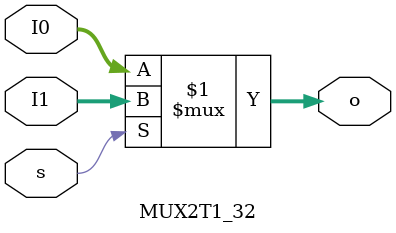
<source format=v>
`timescale 1ns / 1ps


module MUX2T1_32 (
    input [31:0] I0,
    input [31:0] I1,
    input s,
    output [31:0] o

);
  assign o = s ? I1 : I0;
endmodule

</source>
